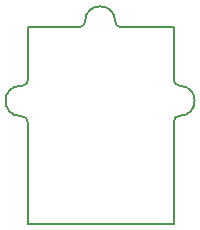
<source format=gbr>
G04 EasyPC Gerber Version 21.0.3 Build 4286 *
G04 #@! TF.Part,Single*
%FSLAX35Y35*%
%MOIN*%
%ADD76C,0.00500*%
X0Y0D02*
D02*
D76*
X56284Y65750D02*
X38784D01*
G75*
G02X36784Y67750J2000*
G01*
G75*
G03X26784I-5000*
G01*
G75*
G02X24784Y65750I-2000*
G01*
X7784*
Y48250*
G75*
G02X5784Y46250I-2000*
G01*
X5284*
G75*
G03Y36181J-5034*
G01*
X5353*
G75*
G02X7784Y33750J-2431*
G01*
Y250*
X56284*
Y34250*
G75*
G02X58284Y36250I2000*
G01*
G75*
G03Y46250J5000*
G01*
G75*
G02X56284Y48250J2000*
G01*
Y65750*
X0Y0D02*
M02*

</source>
